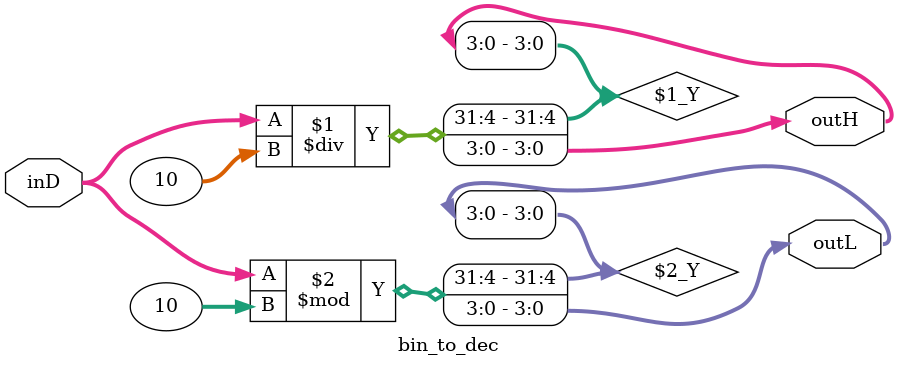
<source format=v>
module bin_to_dec(
    input wire [31:0] inD,
    output wire [3:0] outH,
    output wire [3:0] outL
    );
	assign  outH = inD / 10;
	assign  outL = inD % 10;
endmodule

</source>
